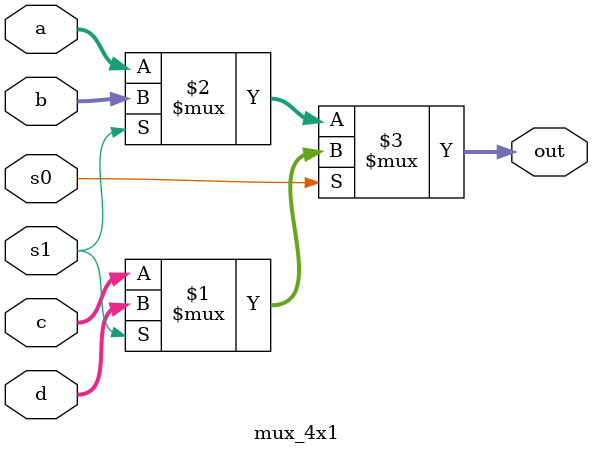
<source format=v>
/*
4x1 multiplexer in verilog

  Here all inputs are 4 bits wide and selection line has
  2 bits for selecting one of the 4 inputs

*/

module mux_4x1(a, b, c, d, s0, s1, out);
  
  input [3:0] a;
  input [3:0] b;
  input [3:0] c;
  input [3:0] d;
  input s0, s1; // select lines
  output [3:0] out;
    
  assign out = s0 ?(s1 ? d:c):(s1 ? b:a);

endmodule

  

</source>
